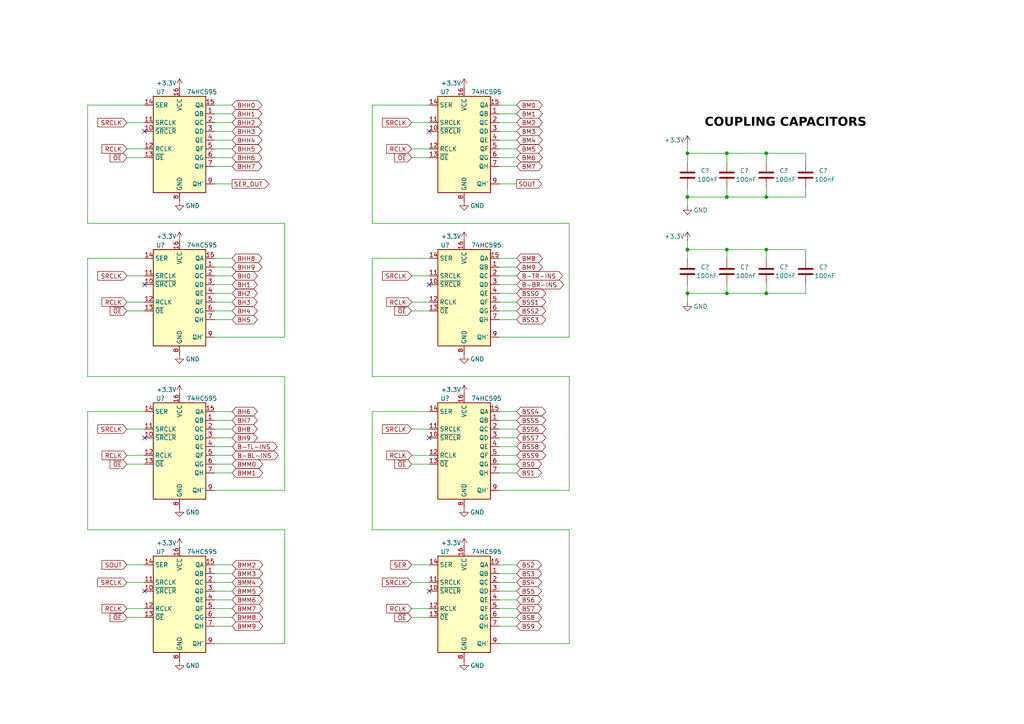
<source format=kicad_sch>
(kicad_sch (version 20231120) (generator "eeschema") (generator_version "8.0")
  (paper "A4")
  (lib_symbols
    (symbol "74xx:74HC595"
      (property "Reference" "U" (at -7.62 13.97 0))
      (property "Value" "74HC595" (at -7.62 -16.51 0))
      (symbol "74HC595_1_0"
        (pin tri_state line (at 10.16 7.62 180) (length 2.54) (name "QB") (number "1"))
        (pin input line (at -10.16 2.54 0) (length 2.54) (name "~{SRCLR}") (number "10"))
        (pin input line (at -10.16 5.08 0) (length 2.54) (name "SRCLK") (number "11"))
        (pin input line (at -10.16 -2.54 0) (length 2.54) (name "RCLK") (number "12"))
        (pin input line (at -10.16 -5.08 0) (length 2.54) (name "~{OE}") (number "13"))
        (pin input line (at -10.16 10.16 0) (length 2.54) (name "SER") (number "14"))
        (pin tri_state line (at 10.16 10.16 180) (length 2.54) (name "QA") (number "15"))
        (pin power_in line (at 0 15.24 270) (length 2.54) (name "VCC") (number "16"))
        (pin tri_state line (at 10.16 5.08 180) (length 2.54) (name "QC") (number "2"))
        (pin tri_state line (at 10.16 2.54 180) (length 2.54) (name "QD") (number "3"))
        (pin tri_state line (at 10.16 0 180) (length 2.54) (name "QE") (number "4"))
        (pin tri_state line (at 10.16 -2.54 180) (length 2.54) (name "QF") (number "5"))
        (pin tri_state line (at 10.16 -5.08 180) (length 2.54) (name "QG") (number "6"))
        (pin tri_state line (at 10.16 -7.62 180) (length 2.54) (name "QH") (number "7"))
        (pin power_in line (at 0 -17.78 90) (length 2.54) (name "GND") (number "8"))
        (pin output line (at 10.16 -12.7 180) (length 2.54) (name "QH'") (number "9"))
      )
      (symbol "74HC595_1_1"
        (rectangle (start -7.62 12.7) (end 7.62 -15.24) (stroke (width 0.254)) (fill (type background)))
      )
    )
    (symbol "Device:C" (pin_numbers hide) (pin_names (offset 0.254))
      (property "Reference" "C" (at 0.635 2.54 0))
      (property "Value" "C" (at 0.635 -2.54 0))
      (symbol "C_0_1"
        (polyline (pts (xy -2.032 -0.762) (xy 2.032 -0.762)) (stroke (width 0.508)))
        (polyline (pts (xy -2.032 0.762) (xy 2.032 0.762)) (stroke (width 0.508)))
      )
      (symbol "C_1_1"
        (pin passive line (at 0 3.81 270) (length 2.794) (name "~") (number "1"))
        (pin passive line (at 0 -3.81 90) (length 2.794) (name "~") (number "2"))
      )
    )
    (symbol "power:+3.3V" (power) (pin_numbers hide) (pin_names (offset 0) hide)
      (property "Value" "+3.3V" (at 0 3.556 0))
      (symbol "+3.3V_0_1"
        (polyline (pts (xy -0.762 1.27) (xy 0 2.54)))
        (polyline (pts (xy 0 0) (xy 0 2.54)))
        (polyline (pts (xy 0 2.54) (xy 0.762 1.27)))
      )
      (symbol "+3.3V_1_1"
        (pin power_in line (at 0 0 90) (length 0) (name "~") (number "1"))
      )
    )
    (symbol "power:GND" (power) (pin_numbers hide) (pin_names (offset 0) hide)
      (property "Value" "GND" (at 0 -3.81 0))
      (symbol "GND_0_1"
        (polyline (pts (xy 0 0) (xy 0 -1.27) (xy 1.27 -1.27) (xy 0 -2.54) (xy -1.27 -1.27) (xy 0 -1.27)))
      )
      (symbol "GND_1_1"
        (pin power_in line (at 0 0 270) (length 0) (name "~") (number "1"))
      )
    )
  )
  (junction (at 222.25 72.39))
  (junction (at 199.39 44.45))
  (junction (at 210.82 85.09))
  (junction (at 210.82 72.39))
  (junction (at 210.82 57.15))
  (junction (at 222.25 44.45))
  (junction (at 222.25 57.15))
  (junction (at 199.39 72.39))
  (junction (at 199.39 57.15))
  (junction (at 222.25 85.09))
  (junction (at 199.39 85.09))
  (junction (at 210.82 44.45))
  (no_connect (at 124.46 38.1))
  (no_connect (at 124.46 171.45))
  (no_connect (at 124.46 82.55))
  (no_connect (at 41.91 127))
  (no_connect (at 41.91 38.1))
  (no_connect (at 41.91 171.45))
  (no_connect (at 124.46 127))
  (no_connect (at 41.91 82.55))
  (wire (pts (xy 222.25 44.45) (xy 222.25 46.99)))
  (wire (pts (xy 62.23 87.63) (xy 67.31 87.63)))
  (wire (pts (xy 210.82 72.39) (xy 210.82 74.93)))
  (wire (pts (xy 36.83 35.56) (xy 41.91 35.56)))
  (wire (pts (xy 199.39 85.09) (xy 199.39 87.63)))
  (wire (pts (xy 62.23 163.83) (xy 67.31 163.83)))
  (wire (pts (xy 222.25 72.39) (xy 222.25 74.93)))
  (wire (pts (xy 144.78 77.47) (xy 149.86 77.47)))
  (wire (pts (xy 62.23 179.07) (xy 67.31 179.07)))
  (wire (pts (xy 233.68 85.09) (xy 222.25 85.09)))
  (wire (pts (xy 119.38 124.46) (xy 124.46 124.46)))
  (wire (pts (xy 25.4 30.48) (xy 25.4 64.77)))
  (wire (pts (xy 107.95 153.67) (xy 165.1 153.67)))
  (wire (pts (xy 62.23 119.38) (xy 67.31 119.38)))
  (wire (pts (xy 36.83 163.83) (xy 41.91 163.83)))
  (wire (pts (xy 165.1 153.67) (xy 165.1 186.69)))
  (wire (pts (xy 62.23 176.53) (xy 67.31 176.53)))
  (wire (pts (xy 62.23 77.47) (xy 67.31 77.47)))
  (wire (pts (xy 233.68 72.39) (xy 233.68 74.93)))
  (wire (pts (xy 144.78 173.99) (xy 149.86 173.99)))
  (wire (pts (xy 144.78 166.37) (xy 149.86 166.37)))
  (wire (pts (xy 62.23 166.37) (xy 67.31 166.37)))
  (wire (pts (xy 233.68 54.61) (xy 233.68 57.15)))
  (wire (pts (xy 62.23 90.17) (xy 67.31 90.17)))
  (wire (pts (xy 62.23 30.48) (xy 67.31 30.48)))
  (wire (pts (xy 210.82 85.09) (xy 199.39 85.09)))
  (wire (pts (xy 199.39 57.15) (xy 199.39 59.69)))
  (wire (pts (xy 144.78 119.38) (xy 149.86 119.38)))
  (wire (pts (xy 144.78 40.64) (xy 149.86 40.64)))
  (wire (pts (xy 62.23 82.55) (xy 67.31 82.55)))
  (wire (pts (xy 119.38 80.01) (xy 124.46 80.01)))
  (wire (pts (xy 144.78 43.18) (xy 149.86 43.18)))
  (wire (pts (xy 124.46 74.93) (xy 107.95 74.93)))
  (wire (pts (xy 36.83 87.63) (xy 41.91 87.63)))
  (wire (pts (xy 119.38 87.63) (xy 124.46 87.63)))
  (wire (pts (xy 107.95 64.77) (xy 165.1 64.77)))
  (wire (pts (xy 165.1 186.69) (xy 144.78 186.69)))
  (wire (pts (xy 62.23 43.18) (xy 67.31 43.18)))
  (wire (pts (xy 67.31 53.34) (xy 62.23 53.34)))
  (wire (pts (xy 107.95 119.38) (xy 107.95 153.67)))
  (wire (pts (xy 144.78 124.46) (xy 149.86 124.46)))
  (wire (pts (xy 144.78 90.17) (xy 149.86 90.17)))
  (wire (pts (xy 119.38 132.08) (xy 124.46 132.08)))
  (wire (pts (xy 36.83 179.07) (xy 41.91 179.07)))
  (wire (pts (xy 36.83 80.01) (xy 41.91 80.01)))
  (wire (pts (xy 62.23 129.54) (xy 67.31 129.54)))
  (wire (pts (xy 144.78 80.01) (xy 149.86 80.01)))
  (wire (pts (xy 144.78 121.92) (xy 149.86 121.92)))
  (wire (pts (xy 233.68 72.39) (xy 222.25 72.39)))
  (wire (pts (xy 119.38 163.83) (xy 124.46 163.83)))
  (wire (pts (xy 199.39 41.91) (xy 199.39 44.45)))
  (wire (pts (xy 222.25 85.09) (xy 210.82 85.09)))
  (wire (pts (xy 62.23 38.1) (xy 67.31 38.1)))
  (wire (pts (xy 107.95 74.93) (xy 107.95 109.22)))
  (wire (pts (xy 25.4 119.38) (xy 25.4 153.67)))
  (wire (pts (xy 199.39 72.39) (xy 199.39 74.93)))
  (wire (pts (xy 124.46 30.48) (xy 107.95 30.48)))
  (wire (pts (xy 82.55 64.77) (xy 82.55 97.79)))
  (wire (pts (xy 62.23 33.02) (xy 67.31 33.02)))
  (wire (pts (xy 144.78 38.1) (xy 149.86 38.1)))
  (wire (pts (xy 210.82 82.55) (xy 210.82 85.09)))
  (wire (pts (xy 119.38 168.91) (xy 124.46 168.91)))
  (wire (pts (xy 144.78 171.45) (xy 149.86 171.45)))
  (wire (pts (xy 41.91 30.48) (xy 25.4 30.48)))
  (wire (pts (xy 62.23 134.62) (xy 67.31 134.62)))
  (wire (pts (xy 222.25 72.39) (xy 210.82 72.39)))
  (wire (pts (xy 165.1 109.22) (xy 165.1 142.24)))
  (wire (pts (xy 233.68 44.45) (xy 233.68 46.99)))
  (wire (pts (xy 119.38 45.72) (xy 124.46 45.72)))
  (wire (pts (xy 41.91 74.93) (xy 25.4 74.93)))
  (wire (pts (xy 144.78 87.63) (xy 149.86 87.63)))
  (wire (pts (xy 36.83 43.18) (xy 41.91 43.18)))
  (wire (pts (xy 107.95 30.48) (xy 107.95 64.77)))
  (wire (pts (xy 144.78 137.16) (xy 149.86 137.16)))
  (wire (pts (xy 144.78 132.08) (xy 149.86 132.08)))
  (wire (pts (xy 62.23 124.46) (xy 67.31 124.46)))
  (wire (pts (xy 82.55 109.22) (xy 82.55 142.24)))
  (wire (pts (xy 144.78 179.07) (xy 149.86 179.07)))
  (wire (pts (xy 165.1 142.24) (xy 144.78 142.24)))
  (wire (pts (xy 144.78 85.09) (xy 149.86 85.09)))
  (wire (pts (xy 62.23 35.56) (xy 67.31 35.56)))
  (wire (pts (xy 144.78 45.72) (xy 149.86 45.72)))
  (wire (pts (xy 62.23 171.45) (xy 67.31 171.45)))
  (wire (pts (xy 210.82 57.15) (xy 199.39 57.15)))
  (wire (pts (xy 144.78 168.91) (xy 149.86 168.91)))
  (wire (pts (xy 233.68 57.15) (xy 222.25 57.15)))
  (wire (pts (xy 62.23 127) (xy 67.31 127)))
  (wire (pts (xy 144.78 129.54) (xy 149.86 129.54)))
  (wire (pts (xy 36.83 132.08) (xy 41.91 132.08)))
  (wire (pts (xy 25.4 74.93) (xy 25.4 109.22)))
  (wire (pts (xy 144.78 82.55) (xy 149.86 82.55)))
  (wire (pts (xy 119.38 134.62) (xy 124.46 134.62)))
  (wire (pts (xy 144.78 74.93) (xy 149.86 74.93)))
  (wire (pts (xy 144.78 127) (xy 149.86 127)))
  (wire (pts (xy 25.4 64.77) (xy 82.55 64.77)))
  (wire (pts (xy 62.23 85.09) (xy 67.31 85.09)))
  (wire (pts (xy 144.78 35.56) (xy 149.86 35.56)))
  (wire (pts (xy 144.78 30.48) (xy 149.86 30.48)))
  (wire (pts (xy 199.39 69.85) (xy 199.39 72.39)))
  (wire (pts (xy 41.91 119.38) (xy 25.4 119.38)))
  (wire (pts (xy 144.78 92.71) (xy 149.86 92.71)))
  (wire (pts (xy 36.83 168.91) (xy 41.91 168.91)))
  (wire (pts (xy 199.39 82.55) (xy 199.39 85.09)))
  (wire (pts (xy 233.68 82.55) (xy 233.68 85.09)))
  (wire (pts (xy 62.23 121.92) (xy 67.31 121.92)))
  (wire (pts (xy 165.1 97.79) (xy 144.78 97.79)))
  (wire (pts (xy 144.78 176.53) (xy 149.86 176.53)))
  (wire (pts (xy 62.23 168.91) (xy 67.31 168.91)))
  (wire (pts (xy 119.38 179.07) (xy 124.46 179.07)))
  (wire (pts (xy 36.83 134.62) (xy 41.91 134.62)))
  (wire (pts (xy 82.55 153.67) (xy 82.55 186.69)))
  (wire (pts (xy 82.55 97.79) (xy 62.23 97.79)))
  (wire (pts (xy 210.82 72.39) (xy 199.39 72.39)))
  (wire (pts (xy 210.82 44.45) (xy 199.39 44.45)))
  (wire (pts (xy 199.39 44.45) (xy 199.39 46.99)))
  (wire (pts (xy 144.78 53.34) (xy 149.86 53.34)))
  (wire (pts (xy 36.83 90.17) (xy 41.91 90.17)))
  (wire (pts (xy 124.46 119.38) (xy 107.95 119.38)))
  (wire (pts (xy 62.23 137.16) (xy 67.31 137.16)))
  (wire (pts (xy 119.38 35.56) (xy 124.46 35.56)))
  (wire (pts (xy 222.25 82.55) (xy 222.25 85.09)))
  (wire (pts (xy 144.78 163.83) (xy 149.86 163.83)))
  (wire (pts (xy 210.82 44.45) (xy 210.82 46.99)))
  (wire (pts (xy 222.25 57.15) (xy 210.82 57.15)))
  (wire (pts (xy 210.82 54.61) (xy 210.82 57.15)))
  (wire (pts (xy 36.83 176.53) (xy 41.91 176.53)))
  (wire (pts (xy 62.23 92.71) (xy 67.31 92.71)))
  (wire (pts (xy 119.38 90.17) (xy 124.46 90.17)))
  (wire (pts (xy 82.55 186.69) (xy 62.23 186.69)))
  (wire (pts (xy 62.23 74.93) (xy 67.31 74.93)))
  (wire (pts (xy 199.39 54.61) (xy 199.39 57.15)))
  (wire (pts (xy 233.68 44.45) (xy 222.25 44.45)))
  (wire (pts (xy 144.78 181.61) (xy 149.86 181.61)))
  (wire (pts (xy 62.23 40.64) (xy 67.31 40.64)))
  (wire (pts (xy 62.23 45.72) (xy 67.31 45.72)))
  (wire (pts (xy 62.23 132.08) (xy 67.31 132.08)))
  (wire (pts (xy 222.25 54.61) (xy 222.25 57.15)))
  (wire (pts (xy 36.83 124.46) (xy 41.91 124.46)))
  (wire (pts (xy 144.78 134.62) (xy 149.86 134.62)))
  (wire (pts (xy 25.4 153.67) (xy 82.55 153.67)))
  (wire (pts (xy 144.78 48.26) (xy 149.86 48.26)))
  (wire (pts (xy 62.23 173.99) (xy 67.31 173.99)))
  (wire (pts (xy 25.4 109.22) (xy 82.55 109.22)))
  (wire (pts (xy 62.23 181.61) (xy 67.31 181.61)))
  (wire (pts (xy 165.1 64.77) (xy 165.1 97.79)))
  (wire (pts (xy 62.23 48.26) (xy 67.31 48.26)))
  (wire (pts (xy 144.78 33.02) (xy 149.86 33.02)))
  (wire (pts (xy 107.95 109.22) (xy 165.1 109.22)))
  (wire (pts (xy 62.23 80.01) (xy 67.31 80.01)))
  (wire (pts (xy 36.83 45.72) (xy 41.91 45.72)))
  (wire (pts (xy 119.38 176.53) (xy 124.46 176.53)))
  (wire (pts (xy 119.38 43.18) (xy 124.46 43.18)))
  (wire (pts (xy 222.25 44.45) (xy 210.82 44.45)))
  (wire (pts (xy 82.55 142.24) (xy 62.23 142.24)))
  (text "COUPLING CAPACITORS" (at 227.838 36.322 0) (effects (font (size 2.54 2.54) (thickness 0.508) (bold yes))))
  (global_label "~{OE}" (shape input) (at 119.38 90.17 180) (property "Intersheetrefs" "${INTERSHEET_REFS}" (effects (hide yes))))
  (global_label "BMM7" (shape bidirectional) (at 67.31 176.53 0) (property "Intersheetrefs" "${INTERSHEET_REFS}" (effects (hide yes))))
  (global_label "BSS7" (shape bidirectional) (at 149.86 127 0) (property "Intersheetrefs" "${INTERSHEET_REFS}" (effects (hide yes))))
  (global_label "BMM8" (shape bidirectional) (at 67.31 179.07 0) (property "Intersheetrefs" "${INTERSHEET_REFS}" (effects (hide yes))))
  (global_label "B-BL-INS" (shape bidirectional) (at 67.31 132.08 0) (property "Intersheetrefs" "${INTERSHEET_REFS}" (effects (hide yes))))
  (global_label "BMM2" (shape bidirectional) (at 67.31 163.83 0) (property "Intersheetrefs" "${INTERSHEET_REFS}" (effects (hide yes))))
  (global_label "BSS2" (shape bidirectional) (at 149.86 90.17 0) (property "Intersheetrefs" "${INTERSHEET_REFS}" (effects (hide yes))))
  (global_label "BM0" (shape bidirectional) (at 149.86 30.48 0) (property "Intersheetrefs" "${INTERSHEET_REFS}" (effects (hide yes))))
  (global_label "BS9" (shape bidirectional) (at 149.86 181.61 0) (property "Intersheetrefs" "${INTERSHEET_REFS}" (effects (hide yes))))
  (global_label "BH1" (shape bidirectional) (at 67.31 82.55 0) (property "Intersheetrefs" "${INTERSHEET_REFS}" (effects (hide yes))))
  (global_label "~{OE}" (shape input) (at 119.38 134.62 180) (property "Intersheetrefs" "${INTERSHEET_REFS}" (effects (hide yes))))
  (global_label "BMM4" (shape bidirectional) (at 67.31 168.91 0) (property "Intersheetrefs" "${INTERSHEET_REFS}" (effects (hide yes))))
  (global_label "SRCLK" (shape input) (at 119.38 124.46 180) (property "Intersheetrefs" "${INTERSHEET_REFS}" (effects (hide yes))))
  (global_label "BHH1" (shape bidirectional) (at 67.31 33.02 0) (property "Intersheetrefs" "${INTERSHEET_REFS}" (effects (hide yes))))
  (global_label "BM3" (shape bidirectional) (at 149.86 38.1 0) (property "Intersheetrefs" "${INTERSHEET_REFS}" (effects (hide yes))))
  (global_label "RCLK" (shape input) (at 36.83 87.63 180) (property "Intersheetrefs" "${INTERSHEET_REFS}" (effects (hide yes))))
  (global_label "BHH9" (shape bidirectional) (at 67.31 77.47 0) (property "Intersheetrefs" "${INTERSHEET_REFS}" (effects (hide yes))))
  (global_label "BH7" (shape bidirectional) (at 67.31 121.92 0) (property "Intersheetrefs" "${INTERSHEET_REFS}" (effects (hide yes))))
  (global_label "SRCLK" (shape input) (at 36.83 35.56 180) (property "Intersheetrefs" "${INTERSHEET_REFS}" (effects (hide yes))))
  (global_label "BH5" (shape bidirectional) (at 67.31 92.71 0) (property "Intersheetrefs" "${INTERSHEET_REFS}" (effects (hide yes))))
  (global_label "BHH3" (shape bidirectional) (at 67.31 38.1 0) (property "Intersheetrefs" "${INTERSHEET_REFS}" (effects (hide yes))))
  (global_label "BS4" (shape bidirectional) (at 149.86 168.91 0) (property "Intersheetrefs" "${INTERSHEET_REFS}" (effects (hide yes))))
  (global_label "BM6" (shape bidirectional) (at 149.86 45.72 0) (property "Intersheetrefs" "${INTERSHEET_REFS}" (effects (hide yes))))
  (global_label "BS1" (shape bidirectional) (at 149.86 137.16 0) (property "Intersheetrefs" "${INTERSHEET_REFS}" (effects (hide yes))))
  (global_label "BH0" (shape bidirectional) (at 67.31 80.01 0) (property "Intersheetrefs" "${INTERSHEET_REFS}" (effects (hide yes))))
  (global_label "~{OE}" (shape input) (at 36.83 179.07 180) (property "Intersheetrefs" "${INTERSHEET_REFS}" (effects (hide yes))))
  (global_label "RCLK" (shape input) (at 36.83 132.08 180) (property "Intersheetrefs" "${INTERSHEET_REFS}" (effects (hide yes))))
  (global_label "BHH8" (shape bidirectional) (at 67.31 74.93 0) (property "Intersheetrefs" "${INTERSHEET_REFS}" (effects (hide yes))))
  (global_label "BHH0" (shape bidirectional) (at 67.31 30.48 0) (property "Intersheetrefs" "${INTERSHEET_REFS}" (effects (hide yes))))
  (global_label "~{OE}" (shape input) (at 36.83 45.72 180) (property "Intersheetrefs" "${INTERSHEET_REFS}" (effects (hide yes))))
  (global_label "BM1" (shape bidirectional) (at 149.86 33.02 0) (property "Intersheetrefs" "${INTERSHEET_REFS}" (effects (hide yes))))
  (global_label "~{OE}" (shape input) (at 36.83 90.17 180) (property "Intersheetrefs" "${INTERSHEET_REFS}" (effects (hide yes))))
  (global_label "BS0" (shape bidirectional) (at 149.86 134.62 0) (property "Intersheetrefs" "${INTERSHEET_REFS}" (effects (hide yes))))
  (global_label "BSS9" (shape bidirectional) (at 149.86 132.08 0) (property "Intersheetrefs" "${INTERSHEET_REFS}" (effects (hide yes))))
  (global_label "BH3" (shape bidirectional) (at 67.31 87.63 0) (property "Intersheetrefs" "${INTERSHEET_REFS}" (effects (hide yes))))
  (global_label "~{OE}" (shape input) (at 119.38 179.07 180) (property "Intersheetrefs" "${INTERSHEET_REFS}" (effects (hide yes))))
  (global_label "SRCLK" (shape input) (at 119.38 168.91 180) (property "Intersheetrefs" "${INTERSHEET_REFS}" (effects (hide yes))))
  (global_label "~{OE}" (shape input) (at 36.83 134.62 180) (property "Intersheetrefs" "${INTERSHEET_REFS}" (effects (hide yes))))
  (global_label "SRCLK" (shape input) (at 36.83 168.91 180) (property "Intersheetrefs" "${INTERSHEET_REFS}" (effects (hide yes))))
  (global_label "BH8" (shape bidirectional) (at 67.31 124.46 0) (property "Intersheetrefs" "${INTERSHEET_REFS}" (effects (hide yes))))
  (global_label "BS3" (shape bidirectional) (at 149.86 166.37 0) (property "Intersheetrefs" "${INTERSHEET_REFS}" (effects (hide yes))))
  (global_label "BSS5" (shape bidirectional) (at 149.86 121.92 0) (property "Intersheetrefs" "${INTERSHEET_REFS}" (effects (hide yes))))
  (global_label "SRCLK" (shape input) (at 36.83 124.46 180) (property "Intersheetrefs" "${INTERSHEET_REFS}" (effects (hide yes))))
  (global_label "BSS8" (shape bidirectional) (at 149.86 129.54 0) (property "Intersheetrefs" "${INTERSHEET_REFS}" (effects (hide yes))))
  (global_label "~{OE}" (shape input) (at 119.38 45.72 180) (property "Intersheetrefs" "${INTERSHEET_REFS}" (effects (hide yes))))
  (global_label "BHH4" (shape bidirectional) (at 67.31 40.64 0) (property "Intersheetrefs" "${INTERSHEET_REFS}" (effects (hide yes))))
  (global_label "BSS0" (shape bidirectional) (at 149.86 85.09 0) (property "Intersheetrefs" "${INTERSHEET_REFS}" (effects (hide yes))))
  (global_label "BSS1" (shape bidirectional) (at 149.86 87.63 0) (property "Intersheetrefs" "${INTERSHEET_REFS}" (effects (hide yes))))
  (global_label "SRCLK" (shape input) (at 36.83 80.01 180) (property "Intersheetrefs" "${INTERSHEET_REFS}" (effects (hide yes))))
  (global_label "BM9" (shape bidirectional) (at 149.86 77.47 0) (property "Intersheetrefs" "${INTERSHEET_REFS}" (effects (hide yes))))
  (global_label "B-TR-INS" (shape bidirectional) (at 149.86 80.01 0) (property "Intersheetrefs" "${INTERSHEET_REFS}" (effects (hide yes))))
  (global_label "BM4" (shape bidirectional) (at 149.86 40.64 0) (property "Intersheetrefs" "${INTERSHEET_REFS}" (effects (hide yes))))
  (global_label "RCLK" (shape input) (at 36.83 43.18 180) (property "Intersheetrefs" "${INTERSHEET_REFS}" (effects (hide yes))))
  (global_label "BSS4" (shape bidirectional) (at 149.86 119.38 0) (property "Intersheetrefs" "${INTERSHEET_REFS}" (effects (hide yes))))
  (global_label "SOUT" (shape input) (at 36.83 163.83 180) (property "Intersheetrefs" "${INTERSHEET_REFS}" (effects (hide yes))))
  (global_label "BM5" (shape bidirectional) (at 149.86 43.18 0) (property "Intersheetrefs" "${INTERSHEET_REFS}" (effects (hide yes))))
  (global_label "BH2" (shape bidirectional) (at 67.31 85.09 0) (property "Intersheetrefs" "${INTERSHEET_REFS}" (effects (hide yes))))
  (global_label "SOUT" (shape output) (at 149.86 53.34 0) (property "Intersheetrefs" "${INTERSHEET_REFS}" (effects (hide yes))))
  (global_label "RCLK" (shape input) (at 119.38 132.08 180) (property "Intersheetrefs" "${INTERSHEET_REFS}" (effects (hide yes))))
  (global_label "B-TL-INS" (shape bidirectional) (at 67.31 129.54 0) (property "Intersheetrefs" "${INTERSHEET_REFS}" (effects (hide yes))))
  (global_label "BM7" (shape bidirectional) (at 149.86 48.26 0) (property "Intersheetrefs" "${INTERSHEET_REFS}" (effects (hide yes))))
  (global_label "B-BR-INS" (shape bidirectional) (at 149.86 82.55 0) (property "Intersheetrefs" "${INTERSHEET_REFS}" (effects (hide yes))))
  (global_label "BS8" (shape bidirectional) (at 149.86 179.07 0) (property "Intersheetrefs" "${INTERSHEET_REFS}" (effects (hide yes))))
  (global_label "BHH7" (shape bidirectional) (at 67.31 48.26 0) (property "Intersheetrefs" "${INTERSHEET_REFS}" (effects (hide yes))))
  (global_label "BMM6" (shape bidirectional) (at 67.31 173.99 0) (property "Intersheetrefs" "${INTERSHEET_REFS}" (effects (hide yes))))
  (global_label "BH4" (shape bidirectional) (at 67.31 90.17 0) (property "Intersheetrefs" "${INTERSHEET_REFS}" (effects (hide yes))))
  (global_label "BS7" (shape bidirectional) (at 149.86 176.53 0) (property "Intersheetrefs" "${INTERSHEET_REFS}" (effects (hide yes))))
  (global_label "BMM9" (shape bidirectional) (at 67.31 181.61 0) (property "Intersheetrefs" "${INTERSHEET_REFS}" (effects (hide yes))))
  (global_label "BMM3" (shape bidirectional) (at 67.31 166.37 0) (property "Intersheetrefs" "${INTERSHEET_REFS}" (effects (hide yes))))
  (global_label "BMM1" (shape bidirectional) (at 67.31 137.16 0) (property "Intersheetrefs" "${INTERSHEET_REFS}" (effects (hide yes))))
  (global_label "BM2" (shape bidirectional) (at 149.86 35.56 0) (property "Intersheetrefs" "${INTERSHEET_REFS}" (effects (hide yes))))
  (global_label "SRCLK" (shape input) (at 119.38 35.56 180) (property "Intersheetrefs" "${INTERSHEET_REFS}" (effects (hide yes))))
  (global_label "RCLK" (shape input) (at 36.83 176.53 180) (property "Intersheetrefs" "${INTERSHEET_REFS}" (effects (hide yes))))
  (global_label "SER" (shape input) (at 119.38 163.83 180) (property "Intersheetrefs" "${INTERSHEET_REFS}" (effects (hide yes))))
  (global_label "RCLK" (shape input) (at 119.38 176.53 180) (property "Intersheetrefs" "${INTERSHEET_REFS}" (effects (hide yes))))
  (global_label "RCLK" (shape input) (at 119.38 87.63 180) (property "Intersheetrefs" "${INTERSHEET_REFS}" (effects (hide yes))))
  (global_label "BSS6" (shape bidirectional) (at 149.86 124.46 0) (property "Intersheetrefs" "${INTERSHEET_REFS}" (effects (hide yes))))
  (global_label "BS6" (shape bidirectional) (at 149.86 173.99 0) (property "Intersheetrefs" "${INTERSHEET_REFS}" (effects (hide yes))))
  (global_label "BH9" (shape bidirectional) (at 67.31 127 0) (property "Intersheetrefs" "${INTERSHEET_REFS}" (effects (hide yes))))
  (global_label "BHH2" (shape bidirectional) (at 67.31 35.56 0) (property "Intersheetrefs" "${INTERSHEET_REFS}" (effects (hide yes))))
  (global_label "BMM5" (shape bidirectional) (at 67.31 171.45 0) (property "Intersheetrefs" "${INTERSHEET_REFS}" (effects (hide yes))))
  (global_label "RCLK" (shape input) (at 119.38 43.18 180) (property "Intersheetrefs" "${INTERSHEET_REFS}" (effects (hide yes))))
  (global_label "BSS3" (shape bidirectional) (at 149.86 92.71 0) (property "Intersheetrefs" "${INTERSHEET_REFS}" (effects (hide yes))))
  (global_label "SER_OUT" (shape output) (at 67.31 53.34 0) (property "Intersheetrefs" "${INTERSHEET_REFS}" (effects (hide yes))))
  (global_label "BMM0" (shape bidirectional) (at 67.31 134.62 0) (property "Intersheetrefs" "${INTERSHEET_REFS}" (effects (hide yes))))
  (global_label "BM8" (shape bidirectional) (at 149.86 74.93 0) (property "Intersheetrefs" "${INTERSHEET_REFS}" (effects (hide yes))))
  (global_label "BS5" (shape bidirectional) (at 149.86 171.45 0) (property "Intersheetrefs" "${INTERSHEET_REFS}" (effects (hide yes))))
  (global_label "BS2" (shape bidirectional) (at 149.86 163.83 0) (property "Intersheetrefs" "${INTERSHEET_REFS}" (effects (hide yes))))
  (global_label "SRCLK" (shape input) (at 119.38 80.01 180) (property "Intersheetrefs" "${INTERSHEET_REFS}" (effects (hide yes))))
  (global_label "BH6" (shape bidirectional) (at 67.31 119.38 0) (property "Intersheetrefs" "${INTERSHEET_REFS}" (effects (hide yes))))
  (global_label "BHH5" (shape bidirectional) (at 67.31 43.18 0) (property "Intersheetrefs" "${INTERSHEET_REFS}" (effects (hide yes))))
  (global_label "BHH6" (shape bidirectional) (at 67.31 45.72 0) (property "Intersheetrefs" "${INTERSHEET_REFS}" (effects (hide yes))))
  (symbol (lib_id "power:GND") (at 52.07 191.77 0) (unit 1)
    (property "Reference" "#PWR?" (effects (hide yes)))
    (property "Value" "GND" (at 55.88 193.04 0))
    (property "Description" "Power symbol creates a global label with name \"GND\" , ground" (effects (hide yes)))
    (instances (project "nixie-clock-esp32" (path "" (reference "#PWR?") (unit 1))) (project "display" (path "" (reference "#PWR?") (unit 1))) (project "clock" (path "" (reference "#PWR0113") (unit 1))))
  )
  (symbol (lib_id "74xx:74HC595") (at 52.07 40.64 0) (unit 1)
    (property "Reference" "U?" (at 45.212 26.67 0) (effects (justify left)))
    (property "Value" "74HC595" (at 54.102 26.67 0) (effects (justify left)))
    (property "Footprint" "Package_SO:SOIC-16_3.9x9.9mm_P1.27mm" (effects (hide yes)))
    (property "Datasheet" "http://www.ti.com/lit/ds/symlink/sn74hc595.pdf" (effects (hide yes)))
    (instances (project "nixie-clock-esp32" (path "" (reference "U?") (unit 1))) (project "display" (path "" (reference "U?") (unit 1))) (project "clock" (path "" (reference "U4") (unit 1))))
  )
  (symbol (lib_id "power:GND") (at 199.39 59.69 0) (unit 1)
    (property "Reference" "#PWR?" (effects (hide yes)))
    (property "Value" "GND" (at 203.2 60.96 0))
    (property "Description" "Power symbol creates a global label with name \"GND\" , ground" (effects (hide yes)))
    (instances (project "nixie-clock-esp32" (path "" (reference "#PWR?") (unit 1))) (project "display" (path "" (reference "#PWR?") (unit 1))) (project "clock" (path "" (reference "#PWR0123") (unit 1))))
  )
  (symbol (lib_id "power:+3.3V") (at 134.62 69.85 0) (unit 1)
    (property "Reference" "#PWR?" (effects (hide yes)))
    (property "Value" "+3.3V" (at 130.81 68.58 0))
    (property "Description" "Power symbol creates a global label with name \"+3.3V\"" (effects (hide yes)))
    (instances (project "nixie-clock-esp32" (path "" (reference "#PWR?") (unit 1))) (project "display" (path "" (reference "#PWR?") (unit 1))) (project "clock" (path "" (reference "#PWR0116") (unit 1))))
  )
  (symbol (lib_id "74xx:74HC595") (at 134.62 40.64 0) (unit 1)
    (property "Reference" "U?" (at 127.762 26.67 0) (effects (justify left)))
    (property "Value" "74HC595" (at 136.652 26.67 0) (effects (justify left)))
    (property "Footprint" "Package_SO:SOIC-16_3.9x9.9mm_P1.27mm" (effects (hide yes)))
    (property "Datasheet" "http://www.ti.com/lit/ds/symlink/sn74hc595.pdf" (effects (hide yes)))
    (instances (project "nixie-clock-esp32" (path "" (reference "U?") (unit 1))) (project "display" (path "" (reference "U?") (unit 1))) (project "clock" (path "" (reference "U8") (unit 1))))
  )
  (symbol (lib_id "power:GND") (at 52.07 102.87 0) (unit 1)
    (property "Reference" "#PWR?" (effects (hide yes)))
    (property "Value" "GND" (at 55.88 104.14 0))
    (property "Description" "Power symbol creates a global label with name \"GND\" , ground" (effects (hide yes)))
    (instances (project "nixie-clock-esp32" (path "" (reference "#PWR?") (unit 1))) (project "display" (path "" (reference "#PWR?") (unit 1))) (project "clock" (path "" (reference "#PWR0109") (unit 1))))
  )
  (symbol (lib_id "power:+3.3V") (at 52.07 158.75 0) (unit 1)
    (property "Reference" "#PWR?" (effects (hide yes)))
    (property "Value" "+3.3V" (at 48.26 157.48 0))
    (property "Description" "Power symbol creates a global label with name \"+3.3V\"" (effects (hide yes)))
    (instances (project "nixie-clock-esp32" (path "" (reference "#PWR?") (unit 1))) (project "display" (path "" (reference "#PWR?") (unit 1))) (project "clock" (path "" (reference "#PWR0112") (unit 1))))
  )
  (symbol (lib_id "Device:C") (at 233.68 78.74 0) (unit 1)
    (property "Reference" "C?" (at 237.49 77.4699 0) (effects (justify left)))
    (property "Value" "100nF" (at 236.22 80.01 0) (effects (justify left)))
    (property "Footprint" "Capacitor_SMD:C_0805_2012Metric_Pad1.18x1.45mm_HandSolder" (effects (hide yes)))
    (property "Description" "Unpolarized capacitor" (effects (hide yes)))
    (property "Manufacturer_Part_Number" "CC0805JRX7R9BB104" (effects (hide yes)))
    (instances (project "nixie-clock-esp32" (path "" (reference "C?") (unit 1))) (project "display" (path "" (reference "C?") (unit 1))) (project "clock" (path "" (reference "C33") (unit 1))))
  )
  (symbol (lib_id "power:GND") (at 134.62 102.87 0) (unit 1)
    (property "Reference" "#PWR?" (effects (hide yes)))
    (property "Value" "GND" (at 138.43 104.14 0))
    (property "Description" "Power symbol creates a global label with name \"GND\" , ground" (effects (hide yes)))
    (instances (project "nixie-clock-esp32" (path "" (reference "#PWR?") (unit 1))) (project "display" (path "" (reference "#PWR?") (unit 1))) (project "clock" (path "" (reference "#PWR0117") (unit 1))))
  )
  (symbol (lib_id "power:+3.3V") (at 52.07 25.4 0) (unit 1)
    (property "Reference" "#PWR?" (effects (hide yes)))
    (property "Value" "+3.3V" (at 48.26 24.13 0))
    (property "Description" "Power symbol creates a global label with name \"+3.3V\"" (effects (hide yes)))
    (instances (project "nixie-clock-esp32" (path "" (reference "#PWR?") (unit 1))) (project "display" (path "" (reference "#PWR?") (unit 1))) (project "clock" (path "" (reference "#PWR0106") (unit 1))))
  )
  (symbol (lib_id "power:GND") (at 134.62 191.77 0) (unit 1)
    (property "Reference" "#PWR?" (effects (hide yes)))
    (property "Value" "GND" (at 138.43 193.04 0))
    (property "Description" "Power symbol creates a global label with name \"GND\" , ground" (effects (hide yes)))
    (instances (project "nixie-clock-esp32" (path "" (reference "#PWR?") (unit 1))) (project "display" (path "" (reference "#PWR?") (unit 1))) (project "clock" (path "" (reference "#PWR0121") (unit 1))))
  )
  (symbol (lib_id "power:GND") (at 134.62 147.32 0) (unit 1)
    (property "Reference" "#PWR?" (effects (hide yes)))
    (property "Value" "GND" (at 138.43 148.59 0))
    (property "Description" "Power symbol creates a global label with name \"GND\" , ground" (effects (hide yes)))
    (instances (project "nixie-clock-esp32" (path "" (reference "#PWR?") (unit 1))) (project "display" (path "" (reference "#PWR?") (unit 1))) (project "clock" (path "" (reference "#PWR0119") (unit 1))))
  )
  (symbol (lib_id "power:GND") (at 199.39 87.63 0) (unit 1)
    (property "Reference" "#PWR?" (effects (hide yes)))
    (property "Value" "GND" (at 203.2 88.9 0))
    (property "Description" "Power symbol creates a global label with name \"GND\" , ground" (effects (hide yes)))
    (instances (project "nixie-clock-esp32" (path "" (reference "#PWR?") (unit 1))) (project "display" (path "" (reference "#PWR?") (unit 1))) (project "clock" (path "" (reference "#PWR0125") (unit 1))))
  )
  (symbol (lib_id "74xx:74HC595") (at 134.62 173.99 0) (unit 1)
    (property "Reference" "U?" (at 127.762 160.02 0) (effects (justify left)))
    (property "Value" "74HC595" (at 136.652 160.02 0) (effects (justify left)))
    (property "Footprint" "Package_SO:SOIC-16_3.9x9.9mm_P1.27mm" (effects (hide yes)))
    (property "Datasheet" "http://www.ti.com/lit/ds/symlink/sn74hc595.pdf" (effects (hide yes)))
    (instances (project "nixie-clock-esp32" (path "" (reference "U?") (unit 1))) (project "display" (path "" (reference "U?") (unit 1))) (project "clock" (path "" (reference "U11") (unit 1))))
  )
  (symbol (lib_id "power:+3.3V") (at 134.62 158.75 0) (unit 1)
    (property "Reference" "#PWR?" (effects (hide yes)))
    (property "Value" "+3.3V" (at 130.81 157.48 0))
    (property "Description" "Power symbol creates a global label with name \"+3.3V\"" (effects (hide yes)))
    (instances (project "nixie-clock-esp32" (path "" (reference "#PWR?") (unit 1))) (project "display" (path "" (reference "#PWR?") (unit 1))) (project "clock" (path "" (reference "#PWR0120") (unit 1))))
  )
  (symbol (lib_id "Device:C") (at 222.25 50.8 0) (unit 1)
    (property "Reference" "C?" (at 226.06 49.5299 0) (effects (justify left)))
    (property "Value" "100nF" (at 224.79 52.07 0) (effects (justify left)))
    (property "Footprint" "Capacitor_SMD:C_0805_2012Metric_Pad1.18x1.45mm_HandSolder" (effects (hide yes)))
    (property "Description" "Unpolarized capacitor" (effects (hide yes)))
    (property "Manufacturer_Part_Number" "CC0805JRX7R9BB104" (effects (hide yes)))
    (instances (project "nixie-clock-esp32" (path "" (reference "C?") (unit 1))) (project "display" (path "" (reference "C?") (unit 1))) (project "clock" (path "" (reference "C30") (unit 1))))
  )
  (symbol (lib_id "power:GND") (at 52.07 58.42 0) (unit 1)
    (property "Reference" "#PWR?" (effects (hide yes)))
    (property "Value" "GND" (at 55.88 59.69 0))
    (property "Description" "Power symbol creates a global label with name \"GND\" , ground" (effects (hide yes)))
    (instances (project "nixie-clock-esp32" (path "" (reference "#PWR?") (unit 1))) (project "display" (path "" (reference "#PWR?") (unit 1))) (project "clock" (path "" (reference "#PWR0107") (unit 1))))
  )
  (symbol (lib_id "74xx:74HC595") (at 52.07 173.99 0) (unit 1)
    (property "Reference" "U?" (at 45.212 160.02 0) (effects (justify left)))
    (property "Value" "74HC595" (at 54.102 160.02 0) (effects (justify left)))
    (property "Footprint" "Package_SO:SOIC-16_3.9x9.9mm_P1.27mm" (effects (hide yes)))
    (property "Datasheet" "http://www.ti.com/lit/ds/symlink/sn74hc595.pdf" (effects (hide yes)))
    (instances (project "nixie-clock-esp32" (path "" (reference "U?") (unit 1))) (project "display" (path "" (reference "U?") (unit 1))) (project "clock" (path "" (reference "U7") (unit 1))))
  )
  (symbol (lib_id "Device:C") (at 222.25 78.74 0) (unit 1)
    (property "Reference" "C?" (at 226.06 77.4699 0) (effects (justify left)))
    (property "Value" "100nF" (at 224.79 80.01 0) (effects (justify left)))
    (property "Footprint" "Capacitor_SMD:C_0805_2012Metric_Pad1.18x1.45mm_HandSolder" (effects (hide yes)))
    (property "Description" "Unpolarized capacitor" (effects (hide yes)))
    (property "Manufacturer_Part_Number" "CC0805JRX7R9BB104" (effects (hide yes)))
    (instances (project "nixie-clock-esp32" (path "" (reference "C?") (unit 1))) (project "display" (path "" (reference "C?") (unit 1))) (project "clock" (path "" (reference "C31") (unit 1))))
  )
  (symbol (lib_id "power:+3.3V") (at 199.39 41.91 0) (unit 1)
    (property "Reference" "#PWR?" (effects (hide yes)))
    (property "Value" "+3.3V" (at 195.58 40.64 0))
    (property "Description" "Power symbol creates a global label with name \"+3.3V\"" (effects (hide yes)))
    (instances (project "nixie-clock-esp32" (path "" (reference "#PWR?") (unit 1))) (project "display" (path "" (reference "#PWR?") (unit 1))) (project "clock" (path "" (reference "#PWR0122") (unit 1))))
  )
  (symbol (lib_id "power:+3.3V") (at 134.62 25.4 0) (unit 1)
    (property "Reference" "#PWR?" (effects (hide yes)))
    (property "Value" "+3.3V" (at 130.81 24.13 0))
    (property "Description" "Power symbol creates a global label with name \"+3.3V\"" (effects (hide yes)))
    (instances (project "nixie-clock-esp32" (path "" (reference "#PWR?") (unit 1))) (project "display" (path "" (reference "#PWR?") (unit 1))) (project "clock" (path "" (reference "#PWR0114") (unit 1))))
  )
  (symbol (lib_id "power:+3.3V") (at 134.62 114.3 0) (unit 1)
    (property "Reference" "#PWR?" (effects (hide yes)))
    (property "Value" "+3.3V" (at 130.81 113.03 0))
    (property "Description" "Power symbol creates a global label with name \"+3.3V\"" (effects (hide yes)))
    (instances (project "nixie-clock-esp32" (path "" (reference "#PWR?") (unit 1))) (project "display" (path "" (reference "#PWR?") (unit 1))) (project "clock" (path "" (reference "#PWR0118") (unit 1))))
  )
  (symbol (lib_id "74xx:74HC595") (at 52.07 85.09 0) (unit 1)
    (property "Reference" "U?" (at 45.212 71.12 0) (effects (justify left)))
    (property "Value" "74HC595" (at 54.102 71.12 0) (effects (justify left)))
    (property "Footprint" "Package_SO:SOIC-16_3.9x9.9mm_P1.27mm" (effects (hide yes)))
    (property "Datasheet" "http://www.ti.com/lit/ds/symlink/sn74hc595.pdf" (effects (hide yes)))
    (instances (project "nixie-clock-esp32" (path "" (reference "U?") (unit 1))) (project "display" (path "" (reference "U?") (unit 1))) (project "clock" (path "" (reference "U5") (unit 1))))
  )
  (symbol (lib_id "power:GND") (at 134.62 58.42 0) (unit 1)
    (property "Reference" "#PWR?" (effects (hide yes)))
    (property "Value" "GND" (at 138.43 59.69 0))
    (property "Description" "Power symbol creates a global label with name \"GND\" , ground" (effects (hide yes)))
    (instances (project "nixie-clock-esp32" (path "" (reference "#PWR?") (unit 1))) (project "display" (path "" (reference "#PWR?") (unit 1))) (project "clock" (path "" (reference "#PWR0115") (unit 1))))
  )
  (symbol (lib_id "power:+3.3V") (at 52.07 69.85 0) (unit 1)
    (property "Reference" "#PWR?" (effects (hide yes)))
    (property "Value" "+3.3V" (at 48.26 68.58 0))
    (property "Description" "Power symbol creates a global label with name \"+3.3V\"" (effects (hide yes)))
    (instances (project "nixie-clock-esp32" (path "" (reference "#PWR?") (unit 1))) (project "display" (path "" (reference "#PWR?") (unit 1))) (project "clock" (path "" (reference "#PWR0108") (unit 1))))
  )
  (symbol (lib_id "Device:C") (at 210.82 50.8 0) (unit 1)
    (property "Reference" "C?" (at 214.63 49.5299 0) (effects (justify left)))
    (property "Value" "100nF" (at 213.36 52.07 0) (effects (justify left)))
    (property "Footprint" "Capacitor_SMD:C_0805_2012Metric_Pad1.18x1.45mm_HandSolder" (effects (hide yes)))
    (property "Description" "Unpolarized capacitor" (effects (hide yes)))
    (property "Manufacturer_Part_Number" "CC0805JRX7R9BB104" (effects (hide yes)))
    (instances (project "nixie-clock-esp32" (path "" (reference "C?") (unit 1))) (project "display" (path "" (reference "C?") (unit 1))) (project "clock" (path "" (reference "C28") (unit 1))))
  )
  (symbol (lib_id "Device:C") (at 210.82 78.74 0) (unit 1)
    (property "Reference" "C?" (at 214.63 77.4699 0) (effects (justify left)))
    (property "Value" "100nF" (at 213.36 80.01 0) (effects (justify left)))
    (property "Footprint" "Capacitor_SMD:C_0805_2012Metric_Pad1.18x1.45mm_HandSolder" (effects (hide yes)))
    (property "Description" "Unpolarized capacitor" (effects (hide yes)))
    (property "Manufacturer_Part_Number" "CC0805JRX7R9BB104" (effects (hide yes)))
    (instances (project "nixie-clock-esp32" (path "" (reference "C?") (unit 1))) (project "display" (path "" (reference "C?") (unit 1))) (project "clock" (path "" (reference "C29") (unit 1))))
  )
  (symbol (lib_id "74xx:74HC595") (at 52.07 129.54 0) (unit 1)
    (property "Reference" "U?" (at 45.212 115.57 0) (effects (justify left)))
    (property "Value" "74HC595" (at 54.102 115.57 0) (effects (justify left)))
    (property "Footprint" "Package_SO:SOIC-16_3.9x9.9mm_P1.27mm" (effects (hide yes)))
    (property "Datasheet" "http://www.ti.com/lit/ds/symlink/sn74hc595.pdf" (effects (hide yes)))
    (instances (project "nixie-clock-esp32" (path "" (reference "U?") (unit 1))) (project "display" (path "" (reference "U?") (unit 1))) (project "clock" (path "" (reference "U6") (unit 1))))
  )
  (symbol (lib_id "74xx:74HC595") (at 134.62 85.09 0) (unit 1)
    (property "Reference" "U?" (at 127.762 71.12 0) (effects (justify left)))
    (property "Value" "74HC595" (at 136.652 71.12 0) (effects (justify left)))
    (property "Footprint" "Package_SO:SOIC-16_3.9x9.9mm_P1.27mm" (effects (hide yes)))
    (property "Datasheet" "http://www.ti.com/lit/ds/symlink/sn74hc595.pdf" (effects (hide yes)))
    (instances (project "nixie-clock-esp32" (path "" (reference "U?") (unit 1))) (project "display" (path "" (reference "U?") (unit 1))) (project "clock" (path "" (reference "U9") (unit 1))))
  )
  (symbol (lib_id "power:+3.3V") (at 199.39 69.85 0) (unit 1)
    (property "Reference" "#PWR?" (effects (hide yes)))
    (property "Value" "+3.3V" (at 195.58 68.58 0))
    (property "Description" "Power symbol creates a global label with name \"+3.3V\"" (effects (hide yes)))
    (instances (project "nixie-clock-esp32" (path "" (reference "#PWR?") (unit 1))) (project "display" (path "" (reference "#PWR?") (unit 1))) (project "clock" (path "" (reference "#PWR0124") (unit 1))))
  )
  (symbol (lib_id "Device:C") (at 199.39 78.74 0) (unit 1)
    (property "Reference" "C?" (at 203.2 77.4699 0) (effects (justify left)))
    (property "Value" "100nF" (at 201.93 80.01 0) (effects (justify left)))
    (property "Footprint" "Capacitor_SMD:C_0805_2012Metric_Pad1.18x1.45mm_HandSolder" (effects (hide yes)))
    (property "Description" "Unpolarized capacitor" (effects (hide yes)))
    (property "Manufacturer_Part_Number" "CC0805JRX7R9BB104" (effects (hide yes)))
    (instances (project "nixie-clock-esp32" (path "" (reference "C?") (unit 1))) (project "display" (path "" (reference "C?") (unit 1))) (project "clock" (path "" (reference "C27") (unit 1))))
  )
  (symbol (lib_id "power:+3.3V") (at 52.07 114.3 0) (unit 1)
    (property "Reference" "#PWR?" (effects (hide yes)))
    (property "Value" "+3.3V" (at 48.26 113.03 0))
    (property "Description" "Power symbol creates a global label with name \"+3.3V\"" (effects (hide yes)))
    (instances (project "nixie-clock-esp32" (path "" (reference "#PWR?") (unit 1))) (project "display" (path "" (reference "#PWR?") (unit 1))) (project "clock" (path "" (reference "#PWR0110") (unit 1))))
  )
  (symbol (lib_id "power:GND") (at 52.07 147.32 0) (unit 1)
    (property "Reference" "#PWR?" (effects (hide yes)))
    (property "Value" "GND" (at 55.88 148.59 0))
    (property "Description" "Power symbol creates a global label with name \"GND\" , ground" (effects (hide yes)))
    (instances (project "nixie-clock-esp32" (path "" (reference "#PWR?") (unit 1))) (project "display" (path "" (reference "#PWR?") (unit 1))) (project "clock" (path "" (reference "#PWR0111") (unit 1))))
  )
  (symbol (lib_id "Device:C") (at 199.39 50.8 0) (unit 1)
    (property "Reference" "C?" (at 203.2 49.5299 0) (effects (justify left)))
    (property "Value" "100nF" (at 202.184 52.07 0) (effects (justify left)))
    (property "Footprint" "Capacitor_SMD:C_0805_2012Metric_Pad1.18x1.45mm_HandSolder" (effects (hide yes)))
    (property "Description" "Unpolarized capacitor" (effects (hide yes)))
    (property "Manufacturer_Part_Number" "CC0805JRX7R9BB104" (effects (hide yes)))
    (instances (project "nixie-clock-esp32" (path "" (reference "C?") (unit 1))) (project "display" (path "" (reference "C?") (unit 1))) (project "clock" (path "" (reference "C26") (unit 1))))
  )
  (symbol (lib_id "74xx:74HC595") (at 134.62 129.54 0) (unit 1)
    (property "Reference" "U?" (at 127.762 115.57 0) (effects (justify left)))
    (property "Value" "74HC595" (at 136.652 115.57 0) (effects (justify left)))
    (property "Footprint" "Package_SO:SOIC-16_3.9x9.9mm_P1.27mm" (effects (hide yes)))
    (property "Datasheet" "http://www.ti.com/lit/ds/symlink/sn74hc595.pdf" (effects (hide yes)))
    (instances (project "nixie-clock-esp32" (path "" (reference "U?") (unit 1))) (project "display" (path "" (reference "U?") (unit 1))) (project "clock" (path "" (reference "U10") (unit 1))))
  )
  (symbol (lib_id "Device:C") (at 233.68 50.8 0) (unit 1)
    (property "Reference" "C?" (at 237.49 49.5299 0) (effects (justify left)))
    (property "Value" "100nF" (at 236.22 52.07 0) (effects (justify left)))
    (property "Footprint" "Capacitor_SMD:C_0805_2012Metric_Pad1.18x1.45mm_HandSolder" (effects (hide yes)))
    (property "Description" "Unpolarized capacitor" (effects (hide yes)))
    (property "Manufacturer_Part_Number" "CC0805JRX7R9BB104" (effects (hide yes)))
    (instances (project "nixie-clock-esp32" (path "" (reference "C?") (unit 1))) (project "display" (path "" (reference "C?") (unit 1))) (project "clock" (path "" (reference "C32") (unit 1))))
  )
)
</source>
